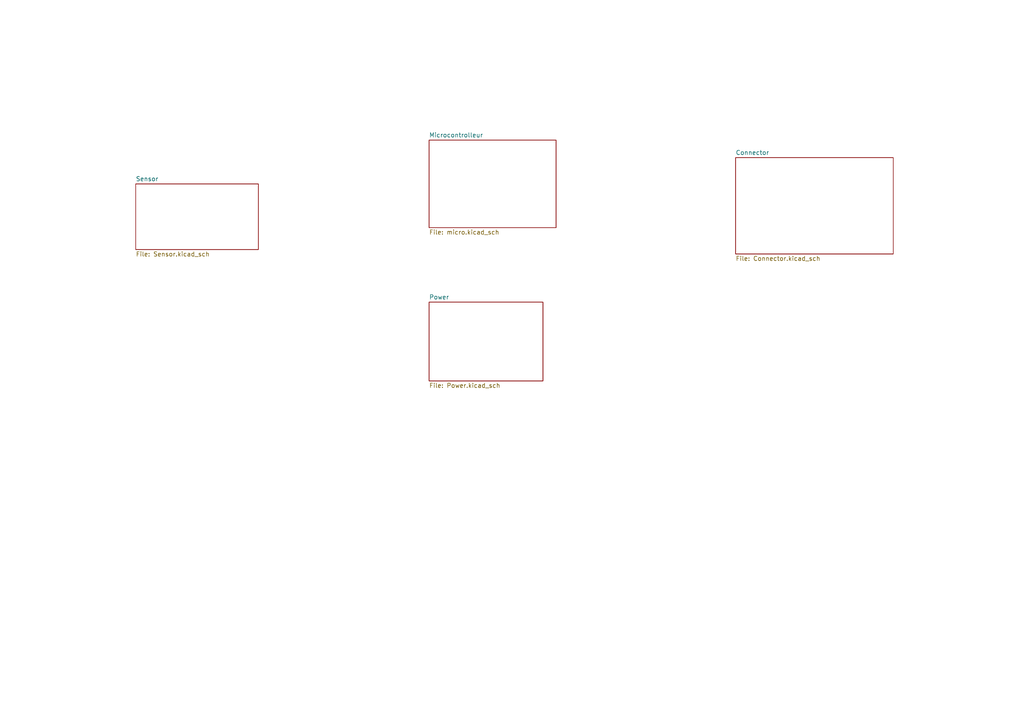
<source format=kicad_sch>
(kicad_sch (version 20211123) (generator eeschema)
  (paper "A4")
  (title_block (title "TMD Mainboard") (rev "Rev 0") (company "None"))
  (lib_symbols)
  (sheet (at 39.37 53.34) (size 35.56 19.05) (stroke (width 0.1524))
    (property "Sheet name" "Sensor" (at 39.37 52.6284 0) (effects (justify left bottom)))
    (property "Sheet file" "Sensor.kicad_sch" (at 39.37 72.9746 0) (effects (justify left top)))
  )
  (sheet (at 124.46 40.64) (size 36.83 25.4) (stroke (width 0.1524))
    (property "Sheet name" "Microcontrolleur" (at 124.46 39.9284 0) (effects (justify left bottom)))
    (property "Sheet file" "micro.kicad_sch" (at 124.46 66.6246 0) (effects (justify left top)))
  )
  (sheet (at 124.46 87.63) (size 33.02 22.86) (stroke (width 0.1524))
    (property "Sheet name" "Power" (at 124.46 86.9184 0) (effects (justify left bottom)))
    (property "Sheet file" "Power.kicad_sch" (at 124.46 111.0746 0) (effects (justify left top)))
  )
  (sheet (at 213.36 45.72) (size 45.72 27.94) (stroke (width 0.1524))
    (property "Sheet name" "Connector" (at 213.36 45.0084 0) (effects (justify left bottom)))
    (property "Sheet file" "Connector.kicad_sch" (at 213.36 74.2446 0) (effects (justify left top)))
  )
)
</source>
